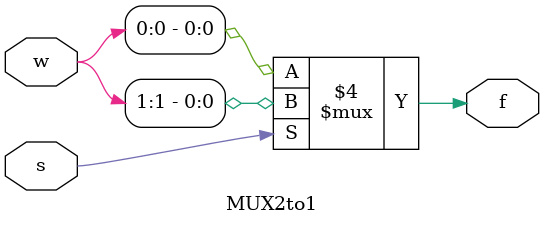
<source format=v>
module q2b(w,f);
    input [2:0] w;
    output f;
    wire h,g;
    MUX2to1 stage0({w[0],1'b0},w[1],g);
    MUX2to1 stage1({1'b1,w[0]},w[1],h);
    MUX2to1 stage2({h,g},w[2],f);

endmodule

module MUX2to1(w,s,f);
    input [1:0] w;
    input s;
    output reg f;

    always @(w or s)
    begin 
        f = w[1];
        if(s == 0)
            f = w[0];
    end
endmodule
</source>
